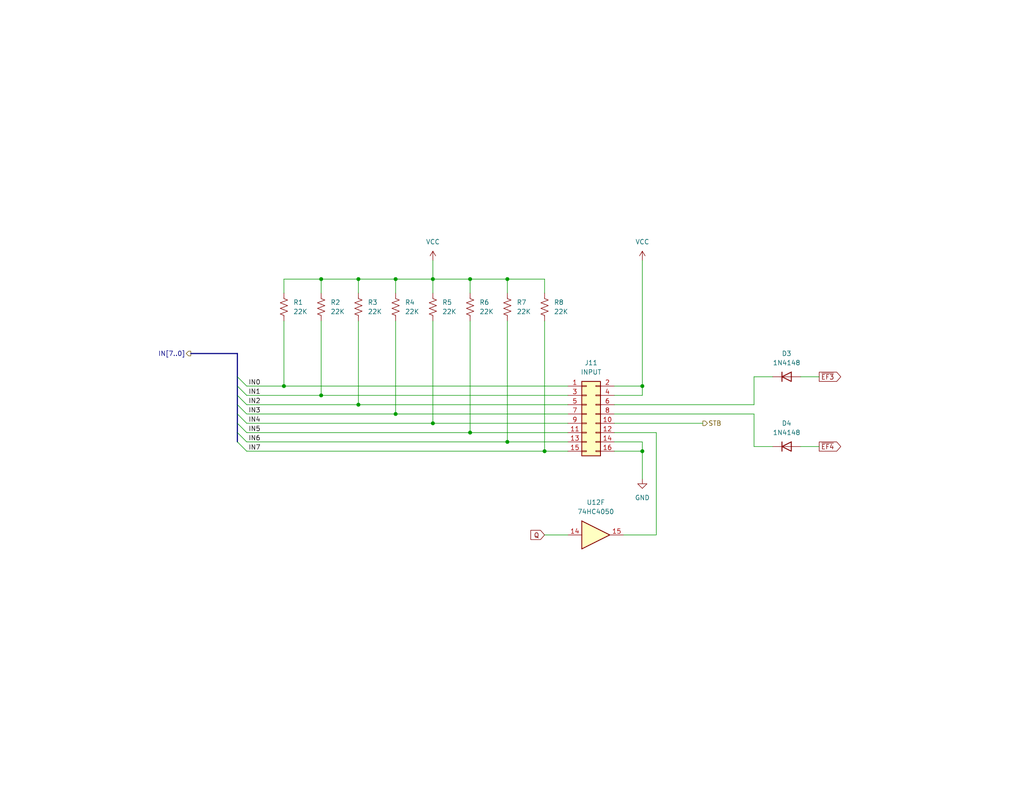
<source format=kicad_sch>
(kicad_sch (version 20211123) (generator eeschema)
  (paper "USLetter")
  (lib_symbols
    (symbol "74HCxx:74HC4050" (pin_names (offset 1.016))
      (property "Reference" "U" (at 0 1.27 0))
      (property "Value" "74HC4050" (at 0 -1.27 0))
      (symbol "74HC4050_1_0"
        (polyline (pts (xy -3.81 3.81) (xy -3.81 -3.81) (xy 3.81 0) (xy -3.81 3.81)) (stroke (width 0.254)) (fill (type background)))
        (pin output line (at 7.62 0 180) (length 3.81) (name "~") (number "2"))
        (pin input line (at -7.62 0 0) (length 3.81) (name "~") (number "3"))
      )
      (symbol "74HC4050_2_0"
        (polyline (pts (xy -3.81 3.81) (xy -3.81 -3.81) (xy 3.81 0) (xy -3.81 3.81)) (stroke (width 0.254)) (fill (type background)))
        (pin output line (at 7.62 0 180) (length 3.81) (name "~") (number "4"))
        (pin input line (at -7.62 0 0) (length 3.81) (name "~") (number "5"))
      )
      (symbol "74HC4050_3_0"
        (polyline (pts (xy -3.81 3.81) (xy -3.81 -3.81) (xy 3.81 0) (xy -3.81 3.81)) (stroke (width 0.254)) (fill (type background)))
        (pin output line (at 7.62 0 180) (length 3.81) (name "~") (number "6"))
        (pin input line (at -7.62 0 0) (length 3.81) (name "~") (number "7"))
      )
      (symbol "74HC4050_4_0"
        (polyline (pts (xy -3.81 3.81) (xy -3.81 -3.81) (xy 3.81 0) (xy -3.81 3.81)) (stroke (width 0.254)) (fill (type background)))
        (pin output line (at 7.62 0 180) (length 3.81) (name "~") (number "10"))
        (pin input line (at -7.62 0 0) (length 3.81) (name "~") (number "9"))
      )
      (symbol "74HC4050_5_0"
        (polyline (pts (xy -3.81 3.81) (xy -3.81 -3.81) (xy 3.81 0) (xy -3.81 3.81)) (stroke (width 0.254)) (fill (type background)))
        (pin input line (at -7.62 0 0) (length 3.81) (name "~") (number "11"))
        (pin output line (at 7.62 0 180) (length 3.81) (name "~") (number "12"))
      )
      (symbol "74HC4050_6_0"
        (polyline (pts (xy -3.81 3.81) (xy -3.81 -3.81) (xy 3.81 0) (xy -3.81 3.81)) (stroke (width 0.254)) (fill (type background)))
        (pin input line (at -7.62 0 0) (length 3.81) (name "~") (number "14"))
        (pin output line (at 7.62 0 180) (length 3.81) (name "~") (number "15"))
      )
      (symbol "74HC4050_7_0"
        (pin power_in line (at 0 12.7 270) (length 5.08) (name "VCC") (number "1"))
        (pin power_in line (at 0 -12.7 90) (length 5.08) (name "VSS") (number "8"))
      )
      (symbol "74HC4050_7_1"
        (rectangle (start -5.08 7.62) (end 5.08 -7.62) (stroke (width 0.254)) (fill (type background)))
      )
    )
    (symbol "Connector_Generic:Conn_02x08_Odd_Even" (pin_names (offset 1.016) hide)
      (property "Reference" "J" (at 1.27 10.16 0))
      (property "Value" "Conn_02x08_Odd_Even" (at 1.27 -12.7 0))
      (symbol "Conn_02x08_Odd_Even_1_1"
        (rectangle (start -1.27 -10.033) (end 0 -10.287) (stroke (width 0.1524)))
        (rectangle (start -1.27 -7.493) (end 0 -7.747) (stroke (width 0.1524)))
        (rectangle (start -1.27 -4.953) (end 0 -5.207) (stroke (width 0.1524)))
        (rectangle (start -1.27 -2.413) (end 0 -2.667) (stroke (width 0.1524)))
        (rectangle (start -1.27 0.127) (end 0 -0.127) (stroke (width 0.1524)))
        (rectangle (start -1.27 2.667) (end 0 2.413) (stroke (width 0.1524)))
        (rectangle (start -1.27 5.207) (end 0 4.953) (stroke (width 0.1524)))
        (rectangle (start -1.27 7.747) (end 0 7.493) (stroke (width 0.1524)))
        (rectangle (start -1.27 8.89) (end 3.81 -11.43) (stroke (width 0.254)) (fill (type background)))
        (rectangle (start 3.81 -10.033) (end 2.54 -10.287) (stroke (width 0.1524)))
        (rectangle (start 3.81 -7.493) (end 2.54 -7.747) (stroke (width 0.1524)))
        (rectangle (start 3.81 -4.953) (end 2.54 -5.207) (stroke (width 0.1524)))
        (rectangle (start 3.81 -2.413) (end 2.54 -2.667) (stroke (width 0.1524)))
        (rectangle (start 3.81 0.127) (end 2.54 -0.127) (stroke (width 0.1524)))
        (rectangle (start 3.81 2.667) (end 2.54 2.413) (stroke (width 0.1524)))
        (rectangle (start 3.81 5.207) (end 2.54 4.953) (stroke (width 0.1524)))
        (rectangle (start 3.81 7.747) (end 2.54 7.493) (stroke (width 0.1524)))
        (pin passive line (at -5.08 7.62 0) (length 3.81) (name "Pin_1") (number "1"))
        (pin passive line (at 7.62 -2.54 180) (length 3.81) (name "Pin_10") (number "10"))
        (pin passive line (at -5.08 -5.08 0) (length 3.81) (name "Pin_11") (number "11"))
        (pin passive line (at 7.62 -5.08 180) (length 3.81) (name "Pin_12") (number "12"))
        (pin passive line (at -5.08 -7.62 0) (length 3.81) (name "Pin_13") (number "13"))
        (pin passive line (at 7.62 -7.62 180) (length 3.81) (name "Pin_14") (number "14"))
        (pin passive line (at -5.08 -10.16 0) (length 3.81) (name "Pin_15") (number "15"))
        (pin passive line (at 7.62 -10.16 180) (length 3.81) (name "Pin_16") (number "16"))
        (pin passive line (at 7.62 7.62 180) (length 3.81) (name "Pin_2") (number "2"))
        (pin passive line (at -5.08 5.08 0) (length 3.81) (name "Pin_3") (number "3"))
        (pin passive line (at 7.62 5.08 180) (length 3.81) (name "Pin_4") (number "4"))
        (pin passive line (at -5.08 2.54 0) (length 3.81) (name "Pin_5") (number "5"))
        (pin passive line (at 7.62 2.54 180) (length 3.81) (name "Pin_6") (number "6"))
        (pin passive line (at -5.08 0 0) (length 3.81) (name "Pin_7") (number "7"))
        (pin passive line (at 7.62 0 180) (length 3.81) (name "Pin_8") (number "8"))
        (pin passive line (at -5.08 -2.54 0) (length 3.81) (name "Pin_9") (number "9"))
      )
    )
    (symbol "Device:R_US" (pin_numbers hide) (pin_names (offset 0))
      (property "Reference" "R" (at 2.54 0 90))
      (property "Value" "R_US" (at -2.54 0 90))
      (symbol "R_US_0_1"
        (polyline (pts (xy 0 -2.286) (xy 0 -2.54)))
        (polyline (pts (xy 0 2.286) (xy 0 2.54)))
        (polyline (pts (xy 0 -0.762) (xy 1.016 -1.143) (xy 0 -1.524) (xy -1.016 -1.905) (xy 0 -2.286)))
        (polyline (pts (xy 0 0.762) (xy 1.016 0.381) (xy 0 0) (xy -1.016 -0.381) (xy 0 -0.762)))
        (polyline (pts (xy 0 2.286) (xy 1.016 1.905) (xy 0 1.524) (xy -1.016 1.143) (xy 0 0.762)))
      )
      (symbol "R_US_1_1"
        (pin passive line (at 0 3.81 270) (length 1.27) (name "~") (number "1"))
        (pin passive line (at 0 -3.81 90) (length 1.27) (name "~") (number "2"))
      )
    )
    (symbol "Diode:1N4148" (pin_numbers hide) (pin_names (offset 1.016) hide)
      (property "Reference" "D" (at 0 2.54 0))
      (property "Value" "1N4148" (at 0 -2.54 0))
      (symbol "1N4148_0_1"
        (polyline (pts (xy -1.27 1.27) (xy -1.27 -1.27)) (stroke (width 0.254)))
        (polyline (pts (xy 1.27 0) (xy -1.27 0)))
        (polyline (pts (xy 1.27 1.27) (xy 1.27 -1.27) (xy -1.27 0) (xy 1.27 1.27)) (stroke (width 0.254)))
      )
      (symbol "1N4148_1_1"
        (pin passive line (at -3.81 0 0) (length 2.54) (name "K") (number "1"))
        (pin passive line (at 3.81 0 180) (length 2.54) (name "A") (number "2"))
      )
    )
    (symbol "power:GND" (power) (pin_names (offset 0))
      (property "Value" "GND" (at 0 -3.81 0))
      (symbol "GND_0_1"
        (polyline (pts (xy 0 0) (xy 0 -1.27) (xy 1.27 -1.27) (xy 0 -2.54) (xy -1.27 -1.27) (xy 0 -1.27)))
      )
      (symbol "GND_1_1"
        (pin power_in line (at 0 0 270) (length 0) hide (name "GND") (number "1"))
      )
    )
    (symbol "power:VCC" (power) (pin_names (offset 0))
      (property "Value" "VCC" (at 0 3.81 0))
      (symbol "VCC_0_1"
        (polyline (pts (xy -0.762 1.27) (xy 0 2.54)))
        (polyline (pts (xy 0 0) (xy 0 2.54)))
        (polyline (pts (xy 0 2.54) (xy 0.762 1.27)))
      )
      (symbol "VCC_1_1"
        (pin power_in line (at 0 0 90) (length 0) hide (name "VCC") (number "1"))
      )
    )
  )
  (junction (at 97.79 76.2))
  (junction (at 175.26 123.19))
  (junction (at 148.59 123.19))
  (junction (at 118.11 115.57))
  (junction (at 128.27 76.2))
  (junction (at 138.43 76.2))
  (junction (at 107.95 113.03))
  (junction (at 118.11 76.2))
  (junction (at 87.63 76.2))
  (junction (at 107.95 76.2))
  (junction (at 97.79 110.49))
  (junction (at 128.27 118.11))
  (junction (at 138.43 120.65))
  (junction (at 87.63 107.95))
  (junction (at 175.26 105.41))
  (junction (at 77.47 105.41))
  (bus_entry (at 64.77 107.95) (size 2.54 2.54))
  (bus_entry (at 64.77 102.87) (size 2.54 2.54))
  (bus_entry (at 64.77 105.41) (size 2.54 2.54))
  (bus_entry (at 64.77 118.11) (size 2.54 2.54))
  (bus_entry (at 64.77 115.57) (size 2.54 2.54))
  (bus_entry (at 64.77 120.65) (size 2.54 2.54))
  (bus_entry (at 64.77 110.49) (size 2.54 2.54))
  (bus_entry (at 64.77 113.03) (size 2.54 2.54))
  (wire (pts (xy 77.47 105.41) (xy 154.94 105.41)))
  (wire (pts (xy 148.59 123.19) (xy 154.94 123.19)))
  (wire (pts (xy 67.31 120.65) (xy 138.43 120.65)))
  (wire (pts (xy 175.26 120.65) (xy 175.26 123.19)))
  (wire (pts (xy 175.26 105.41) (xy 175.26 107.95)))
  (wire (pts (xy 67.31 118.11) (xy 128.27 118.11)))
  (wire (pts (xy 167.64 123.19) (xy 175.26 123.19)))
  (wire (pts (xy 77.47 76.2) (xy 87.63 76.2)))
  (wire (pts (xy 205.74 113.03) (xy 205.74 121.92)))
  (wire (pts (xy 97.79 110.49) (xy 154.94 110.49)))
  (wire (pts (xy 128.27 87.63) (xy 128.27 118.11)))
  (wire (pts (xy 118.11 76.2) (xy 118.11 80.01)))
  (wire (pts (xy 148.59 87.63) (xy 148.59 123.19)))
  (wire (pts (xy 67.31 113.03) (xy 107.95 113.03)))
  (wire (pts (xy 87.63 76.2) (xy 87.63 80.01)))
  (wire (pts (xy 205.74 121.92) (xy 210.82 121.92)))
  (wire (pts (xy 107.95 76.2) (xy 107.95 80.01)))
  (wire (pts (xy 97.79 76.2) (xy 107.95 76.2)))
  (wire (pts (xy 138.43 87.63) (xy 138.43 120.65)))
  (wire (pts (xy 77.47 87.63) (xy 77.47 105.41)))
  (bus (pts (xy 52.07 96.52) (xy 64.77 96.52)))
  (wire (pts (xy 167.64 110.49) (xy 205.74 110.49)))
  (wire (pts (xy 167.64 107.95) (xy 175.26 107.95)))
  (wire (pts (xy 67.31 123.19) (xy 148.59 123.19)))
  (wire (pts (xy 118.11 87.63) (xy 118.11 115.57)))
  (wire (pts (xy 67.31 107.95) (xy 87.63 107.95)))
  (wire (pts (xy 167.64 113.03) (xy 205.74 113.03)))
  (wire (pts (xy 87.63 76.2) (xy 97.79 76.2)))
  (wire (pts (xy 77.47 80.01) (xy 77.47 76.2)))
  (bus (pts (xy 64.77 107.95) (xy 64.77 105.41)))
  (bus (pts (xy 64.77 110.49) (xy 64.77 107.95)))
  (wire (pts (xy 175.26 71.12) (xy 175.26 105.41)))
  (wire (pts (xy 148.59 76.2) (xy 148.59 80.01)))
  (bus (pts (xy 64.77 102.87) (xy 64.77 96.52)))
  (wire (pts (xy 138.43 76.2) (xy 148.59 76.2)))
  (wire (pts (xy 128.27 118.11) (xy 154.94 118.11)))
  (wire (pts (xy 87.63 87.63) (xy 87.63 107.95)))
  (wire (pts (xy 107.95 87.63) (xy 107.95 113.03)))
  (wire (pts (xy 175.26 123.19) (xy 175.26 130.81)))
  (wire (pts (xy 167.64 120.65) (xy 175.26 120.65)))
  (wire (pts (xy 67.31 115.57) (xy 118.11 115.57)))
  (wire (pts (xy 179.07 146.05) (xy 179.07 118.11)))
  (wire (pts (xy 67.31 105.41) (xy 77.47 105.41)))
  (bus (pts (xy 64.77 105.41) (xy 64.77 102.87)))
  (wire (pts (xy 118.11 71.12) (xy 118.11 76.2)))
  (wire (pts (xy 205.74 110.49) (xy 205.74 102.87)))
  (wire (pts (xy 97.79 76.2) (xy 97.79 80.01)))
  (wire (pts (xy 107.95 113.03) (xy 154.94 113.03)))
  (wire (pts (xy 97.79 87.63) (xy 97.79 110.49)))
  (bus (pts (xy 64.77 113.03) (xy 64.77 110.49)))
  (wire (pts (xy 167.64 115.57) (xy 191.77 115.57)))
  (bus (pts (xy 64.77 118.11) (xy 64.77 115.57)))
  (wire (pts (xy 138.43 120.65) (xy 154.94 120.65)))
  (wire (pts (xy 167.64 105.41) (xy 175.26 105.41)))
  (bus (pts (xy 64.77 120.65) (xy 64.77 118.11)))
  (wire (pts (xy 118.11 76.2) (xy 128.27 76.2)))
  (wire (pts (xy 205.74 102.87) (xy 210.82 102.87)))
  (wire (pts (xy 218.44 102.87) (xy 223.52 102.87)))
  (wire (pts (xy 128.27 76.2) (xy 138.43 76.2)))
  (wire (pts (xy 87.63 107.95) (xy 154.94 107.95)))
  (wire (pts (xy 128.27 76.2) (xy 128.27 80.01)))
  (bus (pts (xy 64.77 115.57) (xy 64.77 113.03)))
  (wire (pts (xy 67.31 110.49) (xy 97.79 110.49)))
  (wire (pts (xy 118.11 115.57) (xy 154.94 115.57)))
  (wire (pts (xy 170.18 146.05) (xy 179.07 146.05)))
  (wire (pts (xy 148.59 146.05) (xy 154.94 146.05)))
  (wire (pts (xy 138.43 76.2) (xy 138.43 80.01)))
  (wire (pts (xy 179.07 118.11) (xy 167.64 118.11)))
  (wire (pts (xy 107.95 76.2) (xy 118.11 76.2)))
  (wire (pts (xy 218.44 121.92) (xy 223.52 121.92)))
  (label "IN6" (at 71.12 120.65 180))
  (label "IN1" (at 71.12 107.95 180))
  (label "IN0" (at 71.12 105.41 180))
  (label "IN7" (at 71.12 123.19 180))
  (label "IN3" (at 71.12 113.03 180))
  (label "IN4" (at 71.12 115.57 180))
  (label "IN2" (at 71.12 110.49 180))
  (label "IN5" (at 71.12 118.11 180))
  (global_label "~{EF3}" (shape output) (at 223.52 102.87 0) (property "Intersheet References" "${INTERSHEET_REFS}" (effects hide)))
  (global_label "Q" (shape input) (at 148.59 146.05 180) (property "Intersheet References" "${INTERSHEET_REFS}" (effects hide)))
  (global_label "~{EF4}" (shape output) (at 223.52 121.92 0) (property "Intersheet References" "${INTERSHEET_REFS}" (effects hide)))
  (hierarchical_label "STB" (shape output) (at 191.77 115.57 0))
  (hierarchical_label "IN[7..0]" (shape output) (at 52.07 96.52 180))
  (symbol (lib_id "Device:R_US") (at 97.79 83.82 0) (unit 1)
    (property "Reference" "R3" (at 100.33 82.5499 0) (effects (justify left)))
    (property "Value" "22K" (at 100.33 85.0899 0) (effects (justify left)))
    (property "Footprint" "Resistor_THT:R_Axial_DIN0207_L6.3mm_D2.5mm_P10.16mm_Horizontal" (effects hide))
  )
  (symbol (lib_id "Diode:1N4148") (at 214.63 102.87 0) (unit 1)
    (property "Reference" "D3" (at 214.63 96.52 0))
    (property "Value" "1N4148" (at 214.63 99.06 0))
    (property "Footprint" "Diode_THT:D_DO-35_SOD27_P7.62mm_Horizontal" (effects hide))
    (property "Datasheet" "https://assets.nexperia.com/documents/data-sheet/1N4148_1N4448.pdf" (effects hide))
  )
  (symbol (lib_id "Device:R_US") (at 138.43 83.82 0) (unit 1)
    (property "Reference" "R7" (at 140.97 82.5499 0) (effects (justify left)))
    (property "Value" "22K" (at 140.97 85.0899 0) (effects (justify left)))
    (property "Footprint" "Resistor_THT:R_Axial_DIN0207_L6.3mm_D2.5mm_P10.16mm_Horizontal" (effects hide))
  )
  (symbol (lib_id "power:VCC") (at 118.11 71.12 0) (unit 1)
    (property "Reference" "#PWR017" (effects hide))
    (property "Value" "VCC" (at 118.11 66.04 0))
  )
  (symbol (lib_id "74HCxx:74HC4050") (at 162.56 146.05 0) (unit 6)
    (property "Reference" "U12" (at 162.56 137.16 0))
    (property "Value" "74HC4050" (at 162.56 139.7 0))
    (property "Footprint" "Package_DIP:DIP-16_W7.62mm_Socket" (effects hide))
    (property "Datasheet" "http://www.intersil.com/content/dam/intersil/documents/cd40/cd4050bms.pdf" (effects hide))
  )
  (symbol (lib_id "power:VCC") (at 175.26 71.12 0) (unit 1)
    (property "Reference" "#PWR018" (effects hide))
    (property "Value" "VCC" (at 175.26 66.04 0))
  )
  (symbol (lib_id "Device:R_US") (at 128.27 83.82 0) (unit 1)
    (property "Reference" "R6" (at 130.81 82.5499 0) (effects (justify left)))
    (property "Value" "22K" (at 130.81 85.0899 0) (effects (justify left)))
    (property "Footprint" "Resistor_THT:R_Axial_DIN0207_L6.3mm_D2.5mm_P10.16mm_Horizontal" (effects hide))
  )
  (symbol (lib_id "Device:R_US") (at 87.63 83.82 0) (unit 1)
    (property "Reference" "R2" (at 90.17 82.5499 0) (effects (justify left)))
    (property "Value" "22K" (at 90.17 85.0899 0) (effects (justify left)))
    (property "Footprint" "Resistor_THT:R_Axial_DIN0207_L6.3mm_D2.5mm_P10.16mm_Horizontal" (effects hide))
  )
  (symbol (lib_id "Device:R_US") (at 107.95 83.82 0) (unit 1)
    (property "Reference" "R4" (at 110.49 82.5499 0) (effects (justify left)))
    (property "Value" "22K" (at 110.49 85.0899 0) (effects (justify left)))
    (property "Footprint" "Resistor_THT:R_Axial_DIN0207_L6.3mm_D2.5mm_P10.16mm_Horizontal" (effects hide))
  )
  (symbol (lib_id "Connector_Generic:Conn_02x08_Odd_Even") (at 160.02 113.03 0) (unit 1)
    (property "Reference" "J11" (at 161.29 99.06 0))
    (property "Value" "INPUT" (at 161.29 101.6 0))
    (property "Footprint" "Connector_PinHeader_2.54mm:PinHeader_2x08_P2.54mm_Vertical" (effects hide))
  )
  (symbol (lib_id "power:GND") (at 175.26 130.81 0) (unit 1)
    (property "Reference" "#PWR019" (effects hide))
    (property "Value" "GND" (at 175.26 135.89 0))
  )
  (symbol (lib_id "Device:R_US") (at 118.11 83.82 0) (unit 1)
    (property "Reference" "R5" (at 120.65 82.5499 0) (effects (justify left)))
    (property "Value" "22K" (at 120.65 85.0899 0) (effects (justify left)))
    (property "Footprint" "Resistor_THT:R_Axial_DIN0207_L6.3mm_D2.5mm_P10.16mm_Horizontal" (effects hide))
  )
  (symbol (lib_id "Device:R_US") (at 148.59 83.82 0) (unit 1)
    (property "Reference" "R8" (at 151.13 82.5499 0) (effects (justify left)))
    (property "Value" "22K" (at 151.13 85.0899 0) (effects (justify left)))
    (property "Footprint" "Resistor_THT:R_Axial_DIN0207_L6.3mm_D2.5mm_P10.16mm_Horizontal" (effects hide))
  )
  (symbol (lib_id "Device:R_US") (at 77.47 83.82 0) (unit 1)
    (property "Reference" "R1" (at 80.01 82.5499 0) (effects (justify left)))
    (property "Value" "22K" (at 80.01 85.0899 0) (effects (justify left)))
    (property "Footprint" "Resistor_THT:R_Axial_DIN0207_L6.3mm_D2.5mm_P10.16mm_Horizontal" (effects hide))
  )
  (symbol (lib_id "Diode:1N4148") (at 214.63 121.92 0) (unit 1)
    (property "Reference" "D4" (at 214.63 115.57 0))
    (property "Value" "1N4148" (at 214.63 118.11 0))
    (property "Footprint" "Diode_THT:D_DO-35_SOD27_P7.62mm_Horizontal" (effects hide))
    (property "Datasheet" "https://assets.nexperia.com/documents/data-sheet/1N4148_1N4448.pdf" (effects hide))
  )
)
</source>
